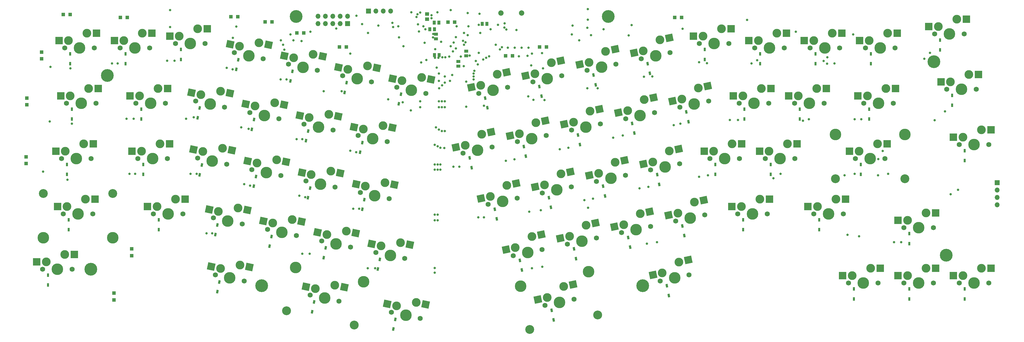
<source format=gbr>
%TF.GenerationSoftware,KiCad,Pcbnew,6.0.2+dfsg-1*%
%TF.CreationDate,2022-10-18T15:36:42-04:00*%
%TF.ProjectId,main-keyboard-pcb,6d61696e-2d6b-4657-9962-6f6172642d70,1.0*%
%TF.SameCoordinates,Original*%
%TF.FileFunction,Soldermask,Bot*%
%TF.FilePolarity,Negative*%
%FSLAX46Y46*%
G04 Gerber Fmt 4.6, Leading zero omitted, Abs format (unit mm)*
G04 Created by KiCad (PCBNEW 6.0.2+dfsg-1) date 2022-10-18 15:36:42*
%MOMM*%
%LPD*%
G01*
G04 APERTURE LIST*
G04 Aperture macros list*
%AMRotRect*
0 Rectangle, with rotation*
0 The origin of the aperture is its center*
0 $1 length*
0 $2 width*
0 $3 Rotation angle, in degrees counterclockwise*
0 Add horizontal line*
21,1,$1,$2,0,0,$3*%
G04 Aperture macros list end*
%ADD10C,3.000000*%
%ADD11C,1.750000*%
%ADD12C,3.987800*%
%ADD13R,2.550000X2.500000*%
%ADD14RotRect,2.550000X2.500000X348.000000*%
%ADD15RotRect,2.550000X2.500000X12.000000*%
%ADD16C,3.048000*%
%ADD17R,1.700000X1.700000*%
%ADD18O,1.700000X1.700000*%
%ADD19C,1.850000*%
%ADD20R,1.150000X1.150000*%
%ADD21RotRect,0.750000X1.200000X348.000000*%
%ADD22RotRect,0.750000X1.200000X12.000000*%
%ADD23R,0.750000X1.200000*%
%ADD24R,1.020000X1.470000*%
%ADD25R,1.470000X1.020000*%
%ADD26R,1.450000X1.150000*%
%ADD27C,4.400000*%
%ADD28C,0.800000*%
G04 APERTURE END LIST*
D10*
%TO.C,SW52*%
X298336650Y-109563633D03*
D11*
X290716650Y-114643633D03*
D12*
X295796650Y-114643633D03*
D11*
X300876650Y-114643633D03*
D10*
X291986650Y-112103633D03*
D13*
X288711650Y-112103633D03*
X301638650Y-109563633D03*
%TD*%
D10*
%TO.C,SW16*%
X130963394Y-114487304D03*
D11*
X122453718Y-117872006D03*
D12*
X127422708Y-118928198D03*
D11*
X132391698Y-119984389D03*
D10*
X124224061Y-115651559D03*
D14*
X121020628Y-114970649D03*
X134193238Y-115173828D03*
%TD*%
D10*
%TO.C,SW20*%
X149597104Y-118448031D03*
D11*
X141087428Y-121832733D03*
D12*
X146056418Y-122888925D03*
D11*
X151025408Y-123945116D03*
D10*
X142857771Y-119612286D03*
D14*
X139654338Y-118931376D03*
X152826948Y-119134555D03*
%TD*%
D10*
%TO.C,SW44*%
X266717847Y-131073971D03*
D11*
X260320554Y-137627247D03*
D12*
X265289544Y-136571056D03*
D11*
X270258534Y-135514865D03*
D10*
X261034706Y-134878705D03*
D15*
X257831272Y-135559615D03*
X269947691Y-130387446D03*
%TD*%
D10*
%TO.C,SW42*%
X244821242Y-96777038D03*
D11*
X238423949Y-103330314D03*
D12*
X243392939Y-102274123D03*
D11*
X248361929Y-101217932D03*
D10*
X239138101Y-100581772D03*
D15*
X235934667Y-101262682D03*
X248051086Y-96090513D03*
%TD*%
D10*
%TO.C,SW47*%
X263454953Y-92816320D03*
D11*
X257057660Y-99369596D03*
D12*
X262026650Y-98313405D03*
D11*
X266995640Y-97257214D03*
D10*
X257771812Y-96621054D03*
D15*
X254568378Y-97301964D03*
X266684797Y-92129795D03*
%TD*%
D10*
%TO.C,SW58*%
X335951599Y-171476136D03*
D11*
X328331599Y-176556136D03*
D12*
X333411599Y-176556136D03*
D11*
X338491599Y-176556136D03*
D10*
X329601599Y-174016136D03*
D13*
X326326599Y-174016136D03*
X339253599Y-171476136D03*
%TD*%
D10*
%TO.C,SW1*%
X66416650Y-90513633D03*
D11*
X58796650Y-95593633D03*
D12*
X63876650Y-95593633D03*
D11*
X68956650Y-95593633D03*
D10*
X60066650Y-93053633D03*
D13*
X56791650Y-93053633D03*
X69718650Y-90513633D03*
%TD*%
D11*
%TO.C,SW3*%
X57712900Y-133693633D03*
D10*
X58982900Y-131153633D03*
X65332900Y-128613633D03*
D11*
X67872900Y-133693633D03*
D12*
X62792900Y-133693633D03*
D13*
X55707900Y-131153633D03*
X68634900Y-128613633D03*
%TD*%
D10*
%TO.C,SW10*%
X104516650Y-89013248D03*
D11*
X96896650Y-94093248D03*
D12*
X101976650Y-94093248D03*
D11*
X107056650Y-94093248D03*
D10*
X98166650Y-91553248D03*
D13*
X94891650Y-91553248D03*
X107818650Y-89013248D03*
%TD*%
D10*
%TO.C,SW31*%
X210816712Y-142956124D03*
D11*
X204419419Y-149509400D03*
D12*
X209388409Y-148453209D03*
D11*
X214357399Y-147397018D03*
D10*
X205133571Y-146760858D03*
D15*
X201930137Y-147441768D03*
X214046556Y-142269599D03*
%TD*%
D10*
%TO.C,SW27*%
X174284562Y-162646720D03*
D11*
X165774886Y-166031422D03*
D12*
X170743876Y-167087614D03*
D11*
X175712866Y-168143805D03*
D10*
X167545229Y-163810975D03*
D14*
X164341796Y-163130065D03*
X177514406Y-163333244D03*
%TD*%
D10*
%TO.C,SW38*%
X226187530Y-100737755D03*
D11*
X219790237Y-107291031D03*
D12*
X224759227Y-106234840D03*
D11*
X229728217Y-105178649D03*
D10*
X220504389Y-104542489D03*
D15*
X217300955Y-105223399D03*
X229417374Y-100051230D03*
%TD*%
D10*
%TO.C,SW40*%
X248084135Y-135034689D03*
D11*
X241686842Y-141587965D03*
D12*
X246655832Y-140531774D03*
D11*
X251624822Y-139475583D03*
D10*
X242400994Y-138839423D03*
D15*
X239197560Y-139520333D03*
X251313979Y-134348164D03*
%TD*%
D10*
%TO.C,SW39*%
X239465014Y-117391137D03*
D11*
X233067721Y-123944413D03*
D12*
X238036711Y-122888222D03*
D11*
X243005701Y-121832031D03*
D10*
X233781873Y-121195871D03*
D15*
X230578439Y-121876781D03*
X242694858Y-116704612D03*
%TD*%
D10*
%TO.C,SW57*%
X338332900Y-128613633D03*
D12*
X347730900Y-125438633D03*
D16*
X323854900Y-140678633D03*
D11*
X330712900Y-133693633D03*
D12*
X335792900Y-133693633D03*
D11*
X340872900Y-133693633D03*
D16*
X347730900Y-140678633D03*
D10*
X331982900Y-131153633D03*
D12*
X323854900Y-125438633D03*
D13*
X328707900Y-131153633D03*
X341634900Y-128613633D03*
%TD*%
D10*
%TO.C,SW62*%
X355001599Y-171476136D03*
D11*
X347381599Y-176556136D03*
D12*
X352461599Y-176556136D03*
D11*
X357541599Y-176556136D03*
D10*
X348651599Y-174016136D03*
D13*
X345376599Y-174016136D03*
X358303599Y-171476136D03*
%TD*%
D10*
%TO.C,SW30*%
X202197591Y-125312572D03*
D11*
X195800298Y-131865848D03*
D12*
X200769288Y-130809657D03*
D11*
X205738278Y-129753466D03*
D10*
X196514450Y-129117306D03*
D15*
X193311016Y-129798216D03*
X205427435Y-124626047D03*
%TD*%
D12*
%TO.C,SW23*%
X138188624Y-171203916D03*
D16*
X158374302Y-191074985D03*
D11*
X153118429Y-182816766D03*
D16*
X135020050Y-186110886D03*
D12*
X148149439Y-181760575D03*
X161542876Y-176168016D03*
D11*
X143180449Y-180704383D03*
D10*
X144950792Y-178483936D03*
X151690125Y-177319680D03*
D14*
X141747359Y-177803025D03*
X154919969Y-178006205D03*
%TD*%
D10*
%TO.C,SW9*%
X96876650Y-147663633D03*
D11*
X89256650Y-152743633D03*
D12*
X94336650Y-152743633D03*
D11*
X99416650Y-152743633D03*
D10*
X90526650Y-150203633D03*
D13*
X87251650Y-150203633D03*
X100178650Y-147663633D03*
%TD*%
D17*
%TO.C,J1*%
X156020000Y-87246000D03*
D18*
X156020000Y-84706000D03*
X153480000Y-87246000D03*
X153480000Y-84706000D03*
X150940000Y-87246000D03*
X150940000Y-84706000D03*
X148400000Y-87246000D03*
X148400000Y-84706000D03*
X145860000Y-87246000D03*
X145860000Y-84706000D03*
%TD*%
D12*
%TO.C,SW60*%
X338666650Y-114643633D03*
D11*
X333586650Y-114643633D03*
D10*
X334856650Y-112103633D03*
X341206650Y-109563633D03*
D11*
X343746650Y-114643633D03*
D13*
X331581650Y-112103633D03*
X344508650Y-109563633D03*
%TD*%
D12*
%TO.C,SW2*%
X64476650Y-114643633D03*
D11*
X59396650Y-114643633D03*
D10*
X60666650Y-112103633D03*
X67016650Y-109563633D03*
D11*
X69556650Y-114643633D03*
D13*
X57391650Y-112103633D03*
X70318650Y-109563633D03*
%TD*%
D10*
%TO.C,SW43*%
X258098726Y-113430419D03*
D11*
X251701433Y-119983695D03*
D12*
X256670423Y-118927504D03*
D11*
X261639413Y-117871313D03*
D10*
X252415585Y-117235153D03*
D15*
X249212151Y-117916063D03*
X261328570Y-112743894D03*
%TD*%
D10*
%TO.C,SW34*%
X220831302Y-121351854D03*
D11*
X214434009Y-127905130D03*
D12*
X219402999Y-126848939D03*
D11*
X224371989Y-125792748D03*
D10*
X215148161Y-125156588D03*
D15*
X211944727Y-125837498D03*
X224061146Y-120665329D03*
%TD*%
D10*
%TO.C,SW67*%
X374051599Y-171476136D03*
D11*
X366431599Y-176556136D03*
D12*
X371511599Y-176556136D03*
D11*
X376591599Y-176556136D03*
D10*
X367701599Y-174016136D03*
D13*
X364426599Y-174016136D03*
X377353599Y-171476136D03*
%TD*%
D10*
%TO.C,SW22*%
X155650852Y-158685993D03*
D11*
X147141176Y-162070695D03*
D12*
X152110166Y-163126887D03*
D11*
X157079156Y-164183078D03*
D10*
X148911519Y-159850248D03*
D14*
X145708086Y-159169338D03*
X158880696Y-159372517D03*
%TD*%
D10*
%TO.C,SW18*%
X137017143Y-154725266D03*
D11*
X128507467Y-158109968D03*
D12*
X133476457Y-159166160D03*
D11*
X138445447Y-160222351D03*
D10*
X130277810Y-155889521D03*
D14*
X127074377Y-155208611D03*
X140246987Y-155411790D03*
%TD*%
D10*
%TO.C,SW25*%
X168230814Y-122408758D03*
D11*
X159721138Y-125793460D03*
D12*
X164690128Y-126849652D03*
D11*
X169659118Y-127905843D03*
D10*
X161491481Y-123573013D03*
D14*
X158288048Y-122892103D03*
X171460658Y-123095282D03*
%TD*%
D10*
%TO.C,SW7*%
X90826650Y-109563633D03*
D11*
X83206650Y-114643633D03*
D12*
X88286650Y-114643633D03*
D11*
X93366650Y-114643633D03*
D10*
X84476650Y-112103633D03*
D13*
X81201650Y-112103633D03*
X94128650Y-109563633D03*
%TD*%
D10*
%TO.C,SW41*%
X256703256Y-152678241D03*
D11*
X250305963Y-159231517D03*
D12*
X255274953Y-158175326D03*
D11*
X260243943Y-157119135D03*
D10*
X251020115Y-156482975D03*
D15*
X247816681Y-157163885D03*
X259933100Y-151991716D03*
%TD*%
D19*
%TO.C,J3*%
X215919000Y-83566000D03*
X208769000Y-83566000D03*
%TD*%
D12*
%TO.C,SW14*%
X115540448Y-174829322D03*
D11*
X110571458Y-173773131D03*
D10*
X112341801Y-171552684D03*
X119081134Y-170388428D03*
D11*
X120509438Y-175885514D03*
D14*
X109138368Y-170871773D03*
X122310978Y-171074952D03*
%TD*%
D10*
%TO.C,SW36*%
X238069545Y-156638958D03*
D11*
X231672252Y-163192234D03*
D12*
X236641242Y-162136043D03*
D11*
X241610232Y-161079852D03*
D10*
X232386404Y-160443692D03*
D15*
X229182970Y-161124602D03*
X241299389Y-155952433D03*
%TD*%
D17*
%TO.C,J2*%
X163271200Y-82956400D03*
D18*
X165811200Y-82956400D03*
X168351200Y-82956400D03*
X170891200Y-82956400D03*
%TD*%
D17*
%TO.C,J4*%
X379476000Y-141986000D03*
D18*
X379476000Y-144526000D03*
X379476000Y-147066000D03*
X379476000Y-149606000D03*
%TD*%
D10*
%TO.C,SW51*%
X284646650Y-89013248D03*
D11*
X277026650Y-94093248D03*
D12*
X282106650Y-94093248D03*
D11*
X287186650Y-94093248D03*
D10*
X278296650Y-91553248D03*
D13*
X275021650Y-91553248D03*
X287948650Y-89013248D03*
%TD*%
D11*
%TO.C,SW54*%
X316425419Y-152743631D03*
D10*
X317695419Y-150203631D03*
X324045419Y-147663631D03*
D11*
X326585419Y-152743631D03*
D12*
X321505419Y-152743631D03*
D13*
X314420419Y-150203631D03*
X327347419Y-147663631D03*
%TD*%
D10*
%TO.C,SW63*%
X341796650Y-90513633D03*
D11*
X334176650Y-95593633D03*
D12*
X339256650Y-95593633D03*
D11*
X344336650Y-95593633D03*
D10*
X335446650Y-93053633D03*
D13*
X332171650Y-93053633D03*
X345098650Y-90513633D03*
%TD*%
D10*
%TO.C,SW19*%
X144241053Y-97833953D03*
D11*
X135731377Y-101218655D03*
D12*
X140700367Y-102274847D03*
D11*
X145669357Y-103331038D03*
D10*
X137501720Y-98998208D03*
D14*
X134298287Y-98317298D03*
X147470897Y-98520477D03*
%TD*%
D10*
%TO.C,SW55*%
X303696650Y-90513633D03*
D11*
X296076650Y-95593633D03*
D12*
X301156650Y-95593633D03*
D11*
X306236650Y-95593633D03*
D10*
X297346650Y-93053633D03*
D13*
X294071650Y-93053633D03*
X306998650Y-90513633D03*
%TD*%
D10*
%TO.C,SW53*%
X307376650Y-128613633D03*
D11*
X299756650Y-133693633D03*
D12*
X304836650Y-133693633D03*
D11*
X309916650Y-133693633D03*
D10*
X301026650Y-131153633D03*
D13*
X297751650Y-131153633D03*
X310678650Y-128613633D03*
%TD*%
D10*
%TO.C,SW50*%
X297851669Y-147663631D03*
D11*
X290231669Y-152743631D03*
D12*
X295311669Y-152743631D03*
D11*
X300391669Y-152743631D03*
D10*
X291501669Y-150203631D03*
D13*
X288226669Y-150203631D03*
X301153669Y-147663631D03*
%TD*%
D10*
%TO.C,SW28*%
X179640699Y-183260749D03*
D11*
X171131023Y-186645451D03*
D12*
X176100013Y-187701643D03*
D11*
X181069003Y-188757834D03*
D10*
X172901366Y-184425004D03*
D14*
X169697933Y-183744094D03*
X182870543Y-183947273D03*
%TD*%
D10*
%TO.C,SW45*%
X275336968Y-148717523D03*
D11*
X268939675Y-155270799D03*
D12*
X273908665Y-154214608D03*
D11*
X278877655Y-153158417D03*
D10*
X269653827Y-152522257D03*
D15*
X266450393Y-153203167D03*
X278566812Y-148030998D03*
%TD*%
D10*
%TO.C,SW49*%
X288326650Y-128613633D03*
D11*
X280706650Y-133693633D03*
D12*
X285786650Y-133693633D03*
D11*
X290866650Y-133693633D03*
D10*
X281976650Y-131153633D03*
D13*
X278701650Y-131153633D03*
X291628650Y-128613633D03*
%TD*%
D12*
%TO.C,SW5*%
X56246650Y-171793633D03*
D11*
X51166650Y-171793633D03*
D10*
X52436650Y-169253633D03*
X58786650Y-166713633D03*
D11*
X61326650Y-171793633D03*
D13*
X49161650Y-169253633D03*
X62088650Y-166713633D03*
%TD*%
D10*
%TO.C,SW61*%
X355001599Y-152426136D03*
D11*
X347381599Y-157506136D03*
D12*
X352461599Y-157506136D03*
D11*
X357541599Y-157506136D03*
D10*
X348651599Y-154966136D03*
D13*
X345376599Y-154966136D03*
X358303599Y-152426136D03*
%TD*%
D10*
%TO.C,SW8*%
X91526650Y-128613633D03*
D11*
X83906650Y-133693633D03*
D12*
X88986650Y-133693633D03*
D11*
X94066650Y-133693633D03*
D10*
X85176650Y-131153633D03*
D13*
X81901650Y-131153633D03*
X94828650Y-128613633D03*
%TD*%
D10*
%TO.C,SW26*%
X168928481Y-142032652D03*
D11*
X160418805Y-145417354D03*
D12*
X165387795Y-146473546D03*
D11*
X170356785Y-147529737D03*
D10*
X162189148Y-143196907D03*
D14*
X158985715Y-142515997D03*
X172158325Y-142719176D03*
%TD*%
D12*
%TO.C,SW37*%
X238916731Y-172688513D03*
D10*
X224701078Y-181552820D03*
D16*
X218731053Y-192559582D03*
D12*
X215562479Y-177652612D03*
D11*
X223986926Y-184301362D03*
X233924905Y-182188980D03*
D16*
X242085305Y-187595482D03*
D10*
X230384219Y-177748086D03*
D12*
X228955916Y-183245171D03*
D15*
X221497644Y-182233730D03*
X233614062Y-177061561D03*
%TD*%
D10*
%TO.C,SW13*%
X118383433Y-150764540D03*
D11*
X109873757Y-154149242D03*
D12*
X114842747Y-155205434D03*
D11*
X119811737Y-156261625D03*
D10*
X111644100Y-151928795D03*
D14*
X108440667Y-151247885D03*
X121613277Y-151451064D03*
%TD*%
D10*
%TO.C,SW59*%
X322746650Y-90513633D03*
D11*
X315126650Y-95593633D03*
D12*
X320206650Y-95593633D03*
D11*
X325286650Y-95593633D03*
D10*
X316396650Y-93053633D03*
D13*
X313121650Y-93053633D03*
X326048650Y-90513633D03*
%TD*%
D10*
%TO.C,SW66*%
X374051599Y-123851152D03*
D11*
X366431599Y-128931152D03*
D12*
X371511599Y-128931152D03*
D11*
X376591599Y-128931152D03*
D10*
X367701599Y-126391152D03*
D13*
X364426599Y-126391152D03*
X377353599Y-123851152D03*
%TD*%
D11*
%TO.C,SW4*%
X58300400Y-152743633D03*
D12*
X63380400Y-152743633D03*
D16*
X75318400Y-145758633D03*
D11*
X68460400Y-152743633D03*
D16*
X51442400Y-145758633D03*
D12*
X51442400Y-160998633D03*
D10*
X65920400Y-147663633D03*
D12*
X75318400Y-160998633D03*
D10*
X59570400Y-150203633D03*
D13*
X56295400Y-150203633D03*
X69222400Y-147663633D03*
%TD*%
D10*
%TO.C,SW11*%
X112329684Y-110526578D03*
D11*
X103820008Y-113911280D03*
D12*
X108788998Y-114967472D03*
D11*
X113757988Y-116023663D03*
D10*
X105590351Y-111690833D03*
D14*
X102386918Y-111009923D03*
X115559528Y-111213102D03*
%TD*%
D10*
%TO.C,SW21*%
X150294771Y-138071925D03*
D11*
X141785095Y-141456627D03*
D12*
X146754085Y-142512819D03*
D11*
X151723075Y-143569010D03*
D10*
X143555438Y-139236180D03*
D14*
X140352005Y-138555270D03*
X153524615Y-138758449D03*
%TD*%
D10*
%TO.C,SW65*%
X369781650Y-104801149D03*
D11*
X362161650Y-109881149D03*
D12*
X367241650Y-109881149D03*
D11*
X372321650Y-109881149D03*
D10*
X363431650Y-107341149D03*
D13*
X360156650Y-107341149D03*
X373083650Y-104801149D03*
%TD*%
D10*
%TO.C,SW32*%
X219435833Y-160599676D03*
D11*
X213038540Y-167152952D03*
D12*
X218007530Y-166096761D03*
D11*
X222976520Y-165040570D03*
D10*
X213752692Y-164404410D03*
D15*
X210549258Y-165085320D03*
X222665677Y-159913151D03*
%TD*%
D10*
%TO.C,SW12*%
X113027351Y-130150471D03*
D11*
X104517675Y-133535173D03*
D12*
X109486665Y-134591365D03*
D11*
X114455655Y-135647556D03*
D10*
X106288018Y-131314726D03*
D14*
X103084585Y-130633816D03*
X116257195Y-130836995D03*
%TD*%
D10*
%TO.C,SW64*%
X365609192Y-85751142D03*
D11*
X357989192Y-90831142D03*
D12*
X363069192Y-90831142D03*
D11*
X368149192Y-90831142D03*
D10*
X359259192Y-88291142D03*
D13*
X355984192Y-88291142D03*
X368911192Y-85751142D03*
%TD*%
D12*
%TO.C,SW46*%
X268552552Y-174828659D03*
D11*
X263583562Y-175884850D03*
D10*
X264297714Y-173136307D03*
X269980855Y-169331573D03*
D11*
X273521542Y-173772467D03*
D15*
X261094280Y-173817218D03*
X273210699Y-168645049D03*
%TD*%
D10*
%TO.C,SW17*%
X131661061Y-134111198D03*
D11*
X123151385Y-137495900D03*
D12*
X128120375Y-138552092D03*
D11*
X133089365Y-139608283D03*
D10*
X124921728Y-135275453D03*
D14*
X121718295Y-134594543D03*
X134890905Y-134797722D03*
%TD*%
D10*
%TO.C,SW35*%
X229450423Y-138995406D03*
D11*
X223053130Y-145548682D03*
D12*
X228022120Y-144492491D03*
D11*
X232991110Y-143436300D03*
D10*
X223767282Y-142800140D03*
D15*
X220563848Y-143481050D03*
X232680267Y-138308881D03*
%TD*%
D10*
%TO.C,SW48*%
X276732438Y-109469701D03*
D11*
X270335145Y-116022977D03*
D12*
X275304135Y-114966786D03*
D11*
X280273125Y-113910595D03*
D10*
X271049297Y-113274435D03*
D15*
X267845863Y-113955345D03*
X279962282Y-108783176D03*
%TD*%
D10*
%TO.C,SW29*%
X181508477Y-105755388D03*
D11*
X172998801Y-109140090D03*
D12*
X177967791Y-110196282D03*
D11*
X182936781Y-111252473D03*
D10*
X174769144Y-106919643D03*
D14*
X171565711Y-106238733D03*
X184738321Y-106441912D03*
%TD*%
D10*
%TO.C,SW56*%
X317386650Y-109563633D03*
D11*
X309766650Y-114643633D03*
D12*
X314846650Y-114643633D03*
D11*
X319926650Y-114643633D03*
D10*
X311036650Y-112103633D03*
D13*
X307761650Y-112103633D03*
X320688650Y-109563633D03*
%TD*%
D10*
%TO.C,SW24*%
X162874765Y-101794671D03*
D11*
X154365089Y-105179373D03*
D12*
X159334079Y-106235565D03*
D11*
X164303069Y-107291756D03*
D10*
X156135432Y-102958926D03*
D14*
X152931999Y-102278016D03*
X166104609Y-102481195D03*
%TD*%
D10*
%TO.C,SW15*%
X125607342Y-93873235D03*
D11*
X117097666Y-97257937D03*
D12*
X122066656Y-98314129D03*
D11*
X127035646Y-99370320D03*
D10*
X118868009Y-95037490D03*
D14*
X115664576Y-94356580D03*
X128837186Y-94559759D03*
%TD*%
D10*
%TO.C,SW33*%
X207553818Y-104698473D03*
D11*
X201156525Y-111251749D03*
D12*
X206125515Y-110195558D03*
D11*
X211094505Y-109139367D03*
D10*
X201870677Y-108503207D03*
D15*
X198667243Y-109184117D03*
X210783662Y-104011948D03*
%TD*%
D10*
%TO.C,SW6*%
X85466650Y-90513633D03*
D11*
X77846650Y-95593633D03*
D12*
X82926650Y-95593633D03*
D11*
X88006650Y-95593633D03*
D10*
X79116650Y-93053633D03*
D13*
X75841650Y-93053633D03*
X88768650Y-90513633D03*
%TD*%
D20*
%TO.C,R16*%
X80264000Y-85090000D03*
X77914000Y-85090000D03*
%TD*%
D21*
%TO.C,D25*%
X160400181Y-131535288D03*
X161107081Y-128209586D03*
%TD*%
D22*
%TO.C,D46*%
X266536802Y-180855010D03*
X265829902Y-177529308D03*
%TD*%
D23*
%TO.C,D59*%
X316981650Y-101068633D03*
X316981650Y-97668633D03*
%TD*%
D21*
%TO.C,D13*%
X110552800Y-159891070D03*
X111259700Y-156565368D03*
%TD*%
D23*
%TO.C,D7*%
X85061650Y-120118633D03*
X85061650Y-116718633D03*
%TD*%
D21*
%TO.C,D18*%
X129186510Y-163851796D03*
X129893410Y-160526094D03*
%TD*%
D20*
%TO.C,R11*%
X45720000Y-115221000D03*
X45720000Y-112871000D03*
%TD*%
D23*
%TO.C,D2*%
X61251650Y-120118633D03*
X61251650Y-116718633D03*
%TD*%
D21*
%TO.C,D26*%
X161097848Y-151159182D03*
X161804748Y-147833480D03*
%TD*%
D20*
%TO.C,R14*%
X75692000Y-182372000D03*
X75692000Y-180022000D03*
%TD*%
D23*
%TO.C,D67*%
X368286599Y-182031136D03*
X368286599Y-178631136D03*
%TD*%
D22*
%TO.C,D41*%
X253259188Y-164201680D03*
X252552288Y-160875978D03*
%TD*%
D20*
%TO.C,R23*%
X212757000Y-98298000D03*
X210407000Y-98298000D03*
%TD*%
D24*
%TO.C,C14*%
X185890000Y-86868000D03*
X187490000Y-86868000D03*
%TD*%
D23*
%TO.C,D57*%
X332567900Y-139168633D03*
X332567900Y-135768633D03*
%TD*%
D21*
%TO.C,D16*%
X123132761Y-123613834D03*
X123839661Y-120288132D03*
%TD*%
D20*
%TO.C,R13*%
X81788000Y-167132000D03*
X81788000Y-164782000D03*
%TD*%
D21*
%TO.C,D17*%
X123830428Y-143237728D03*
X124537328Y-139912026D03*
%TD*%
D23*
%TO.C,D8*%
X85761650Y-139168633D03*
X85761650Y-135768633D03*
%TD*%
D22*
%TO.C,D36*%
X234625477Y-168162397D03*
X233918577Y-164836695D03*
%TD*%
D23*
%TO.C,D64*%
X359844192Y-96306142D03*
X359844192Y-92906142D03*
%TD*%
D21*
%TO.C,D29*%
X173677844Y-114881918D03*
X174384744Y-111556216D03*
%TD*%
D23*
%TO.C,D62*%
X349236599Y-182031136D03*
X349236599Y-178631136D03*
%TD*%
D22*
%TO.C,D33*%
X204109750Y-116221912D03*
X203402850Y-112896210D03*
%TD*%
D21*
%TO.C,D12*%
X105196718Y-139277001D03*
X105903618Y-135951299D03*
%TD*%
D20*
%TO.C,R24*%
X222091000Y-95250000D03*
X224441000Y-95250000D03*
%TD*%
D22*
%TO.C,D45*%
X271892900Y-160240962D03*
X271186000Y-156915260D03*
%TD*%
D21*
%TO.C,D23*%
X143859493Y-186446233D03*
X144566393Y-183120531D03*
%TD*%
D25*
%TO.C,C1*%
X194170000Y-101866000D03*
X194170000Y-100246000D03*
%TD*%
D20*
%TO.C,R1*%
X190575000Y-86750000D03*
X192925000Y-86750000D03*
%TD*%
D21*
%TO.C,D15*%
X117776709Y-102999765D03*
X118483609Y-99674063D03*
%TD*%
D24*
%TO.C,C4*%
X202360000Y-87306000D03*
X203980000Y-87306000D03*
%TD*%
D23*
%TO.C,D51*%
X278881650Y-99568248D03*
X278881650Y-96168248D03*
%TD*%
D21*
%TO.C,D11*%
X104499051Y-119653108D03*
X105205951Y-116327406D03*
%TD*%
D22*
%TO.C,D42*%
X241377174Y-108300477D03*
X240670274Y-104974775D03*
%TD*%
D23*
%TO.C,D49*%
X282561650Y-139168633D03*
X282561650Y-135768633D03*
%TD*%
D22*
%TO.C,D40*%
X244640067Y-146558128D03*
X243933167Y-143232426D03*
%TD*%
D20*
%TO.C,R20*%
X155607000Y-95250000D03*
X153257000Y-95250000D03*
%TD*%
D22*
%TO.C,D34*%
X217387234Y-132875293D03*
X216680334Y-129549591D03*
%TD*%
%TO.C,D32*%
X215991765Y-172123115D03*
X215284865Y-168797413D03*
%TD*%
D23*
%TO.C,D65*%
X364016650Y-115356149D03*
X364016650Y-111956149D03*
%TD*%
D25*
%TO.C,C6*%
X186436000Y-92494000D03*
X186436000Y-90894000D03*
%TD*%
D21*
%TO.C,D19*%
X136410420Y-106960483D03*
X137117320Y-103634781D03*
%TD*%
D22*
%TO.C,D30*%
X198753523Y-136836011D03*
X198046623Y-133510309D03*
%TD*%
D23*
%TO.C,D56*%
X311621650Y-120118633D03*
X311621650Y-116718633D03*
%TD*%
%TO.C,D4*%
X60155400Y-158218633D03*
X60155400Y-154818633D03*
%TD*%
%TO.C,D55*%
X297931650Y-101068633D03*
X297931650Y-97668633D03*
%TD*%
D22*
%TO.C,D37*%
X226940166Y-189271522D03*
X226233266Y-185945820D03*
%TD*%
D21*
%TO.C,D28*%
X171810066Y-192387279D03*
X172516966Y-189061577D03*
%TD*%
D23*
%TO.C,D54*%
X318280419Y-158218631D03*
X318280419Y-154818631D03*
%TD*%
D20*
%TO.C,R17*%
X118269000Y-84836000D03*
X115919000Y-84836000D03*
%TD*%
D21*
%TO.C,D27*%
X166453929Y-171773250D03*
X167160829Y-168447548D03*
%TD*%
D23*
%TO.C,D5*%
X53021650Y-177268633D03*
X53021650Y-173868633D03*
%TD*%
D22*
%TO.C,D38*%
X222743462Y-112261194D03*
X222036562Y-108935492D03*
%TD*%
%TO.C,D31*%
X207372644Y-154479563D03*
X206665744Y-151153861D03*
%TD*%
D21*
%TO.C,D22*%
X147820219Y-167812523D03*
X148527119Y-164486821D03*
%TD*%
D22*
%TO.C,D43*%
X254654658Y-124953858D03*
X253947758Y-121628156D03*
%TD*%
D20*
%TO.C,R19*%
X140970000Y-90424000D03*
X138620000Y-90424000D03*
%TD*%
D22*
%TO.C,D48*%
X273288370Y-120993140D03*
X272581470Y-117667438D03*
%TD*%
D21*
%TO.C,D14*%
X111250501Y-179514958D03*
X111957401Y-176189256D03*
%TD*%
D20*
%TO.C,R15*%
X60611000Y-84074000D03*
X58261000Y-84074000D03*
%TD*%
%TO.C,R26*%
X268573000Y-85090000D03*
X270923000Y-85090000D03*
%TD*%
D23*
%TO.C,D52*%
X292571650Y-120118633D03*
X292571650Y-116718633D03*
%TD*%
D21*
%TO.C,D24*%
X155044132Y-110921201D03*
X155751032Y-107595499D03*
%TD*%
D23*
%TO.C,D6*%
X79701650Y-101068633D03*
X79701650Y-97668633D03*
%TD*%
D20*
%TO.C,R12*%
X45466000Y-135446000D03*
X45466000Y-133096000D03*
%TD*%
D23*
%TO.C,D9*%
X91111650Y-158218633D03*
X91111650Y-154818633D03*
%TD*%
D20*
%TO.C,R18*%
X130048000Y-86614000D03*
X127698000Y-86614000D03*
%TD*%
%TO.C,R10*%
X50800000Y-99378000D03*
X50800000Y-97028000D03*
%TD*%
D23*
%TO.C,D3*%
X59567900Y-139168633D03*
X59567900Y-135768633D03*
%TD*%
D22*
%TO.C,D39*%
X236020946Y-128914576D03*
X235314046Y-125588874D03*
%TD*%
D23*
%TO.C,D61*%
X349236599Y-162981136D03*
X349236599Y-159581136D03*
%TD*%
%TO.C,D66*%
X368286599Y-134406152D03*
X368286599Y-131006152D03*
%TD*%
%TO.C,D60*%
X335441650Y-120118633D03*
X335441650Y-116718633D03*
%TD*%
%TO.C,D58*%
X330186599Y-182031136D03*
X330186599Y-178631136D03*
%TD*%
%TO.C,D50*%
X292086669Y-158218631D03*
X292086669Y-154818631D03*
%TD*%
D26*
%TO.C,C2*%
X183388000Y-85736000D03*
X183388000Y-83936000D03*
%TD*%
D25*
%TO.C,C11*%
X196850000Y-98336000D03*
X196850000Y-96736000D03*
%TD*%
D23*
%TO.C,D63*%
X336031650Y-101068633D03*
X336031650Y-97668633D03*
%TD*%
%TO.C,D10*%
X98751650Y-99568248D03*
X98751650Y-96168248D03*
%TD*%
D22*
%TO.C,D47*%
X260010885Y-104339759D03*
X259303985Y-101014057D03*
%TD*%
%TO.C,D35*%
X226006355Y-150518845D03*
X225299455Y-147193143D03*
%TD*%
%TO.C,D44*%
X263273779Y-142597410D03*
X262566879Y-139271708D03*
%TD*%
D24*
%TO.C,C10*%
X187528000Y-98044000D03*
X185928000Y-98044000D03*
%TD*%
D21*
%TO.C,D20*%
X141766471Y-127574561D03*
X142473371Y-124248859D03*
%TD*%
D23*
%TO.C,D1*%
X60651650Y-101068633D03*
X60651650Y-97668633D03*
%TD*%
D21*
%TO.C,D21*%
X142464138Y-147198455D03*
X143171038Y-143872753D03*
%TD*%
D23*
%TO.C,D53*%
X301611650Y-139168633D03*
X301611650Y-135768633D03*
%TD*%
D24*
%TO.C,C5*%
X184366000Y-89154000D03*
X185966000Y-89154000D03*
%TD*%
D27*
%TO.C,H7*%
X357716650Y-100356149D03*
%TD*%
%TO.C,H4*%
X126496086Y-177483001D03*
%TD*%
%TO.C,H3*%
X138363870Y-84806142D03*
%TD*%
%TO.C,H5*%
X245729435Y-84806142D03*
%TD*%
%TO.C,H8*%
X361986599Y-167031136D03*
%TD*%
%TO.C,H1*%
X73401650Y-105118633D03*
%TD*%
%TO.C,H6*%
X257596916Y-177482353D03*
%TD*%
%TO.C,H2*%
X67734150Y-171793633D03*
%TD*%
D28*
X210058000Y-87122000D03*
X186182000Y-96012000D03*
X152146000Y-88900000D03*
X238506000Y-88646000D03*
X215910000Y-95536000D03*
X184912000Y-84344497D03*
X171704000Y-88392000D03*
X140250000Y-93250000D03*
X178000000Y-83311989D03*
X163068000Y-90424000D03*
X211140000Y-95506000D03*
X207010000Y-94488000D03*
X201422000Y-83820000D03*
X161036000Y-87376000D03*
X238700000Y-85926000D03*
X175260000Y-94996000D03*
X185494434Y-90794465D03*
X143250000Y-90000000D03*
X238680000Y-82276000D03*
X173482000Y-88138000D03*
X182095023Y-88154977D03*
X181356000Y-100584000D03*
X180250000Y-87500000D03*
X213570000Y-95526000D03*
X253790000Y-87766000D03*
X218290000Y-95516000D03*
X166624000Y-87884000D03*
X183127795Y-99775500D03*
X180594000Y-89916000D03*
X235712000Y-92964000D03*
X186123962Y-99045890D03*
X173736000Y-91948000D03*
X133858000Y-94488000D03*
X147828000Y-110490000D03*
X260858000Y-105410000D03*
X53848000Y-102108000D03*
X94000000Y-100000000D03*
X77000000Y-101000000D03*
X279654000Y-100838000D03*
X258000000Y-105500000D03*
X135047787Y-106500000D03*
X116500000Y-103000000D03*
X189636262Y-98805104D03*
X242062000Y-109474000D03*
X203000000Y-115500000D03*
X323500000Y-101000000D03*
X133000000Y-106500000D03*
X196850000Y-115824000D03*
X296926000Y-99822000D03*
X60706000Y-102616000D03*
X223774000Y-113538000D03*
X320960023Y-101039977D03*
X277000000Y-100500000D03*
X238500000Y-109500000D03*
X220000000Y-113500000D03*
X295000000Y-101000000D03*
X96500000Y-100000000D03*
X75000000Y-101000000D03*
X154000000Y-110500000D03*
X114500000Y-102500000D03*
X210500000Y-134500000D03*
X159037548Y-131500000D03*
X61214000Y-121666000D03*
X100500000Y-120000000D03*
X287528000Y-120396000D03*
X189484000Y-124206000D03*
X354417639Y-99314000D03*
X213500000Y-134000000D03*
X189529977Y-107529977D03*
X157000000Y-131000000D03*
X189325889Y-130095146D03*
X82500000Y-120000000D03*
X189500000Y-116000000D03*
X290322000Y-120396000D03*
X268224000Y-122174000D03*
X312674000Y-120650000D03*
X140500000Y-127000000D03*
X188636766Y-98808687D03*
X119500000Y-123000000D03*
X103136418Y-119500000D03*
X247396000Y-126492000D03*
X192500000Y-136500000D03*
X229000000Y-130500000D03*
X332740000Y-120142000D03*
X250698000Y-125730000D03*
X314706000Y-120142000D03*
X189500000Y-114000000D03*
X194500000Y-136500000D03*
X189470023Y-105470023D03*
X330454000Y-120142000D03*
X53594000Y-120904000D03*
X122000000Y-123500000D03*
X356362000Y-97282000D03*
X138500000Y-127000000D03*
X232000000Y-130000000D03*
X80000000Y-120000000D03*
X270510000Y-121666000D03*
X188500000Y-116000000D03*
X342000000Y-139000000D03*
X358000000Y-120500000D03*
X188000000Y-130000000D03*
X218500000Y-152000000D03*
X222500000Y-151500000D03*
X361500000Y-117500000D03*
X302500000Y-140500000D03*
X188500497Y-114000000D03*
X277000000Y-140000000D03*
X81000000Y-139000000D03*
X104140000Y-139000000D03*
X102000000Y-139000000D03*
X188000000Y-137500000D03*
X120500000Y-142500000D03*
X158000000Y-151000000D03*
X201000000Y-154000000D03*
X237500000Y-148000000D03*
X188529977Y-108529977D03*
X122500000Y-143000000D03*
X203000000Y-154000000D03*
X160000000Y-151000000D03*
X59690000Y-140970000D03*
X338500000Y-139500000D03*
X188468000Y-124206000D03*
X259500000Y-143500000D03*
X256500000Y-144000000D03*
X280000000Y-139500000D03*
X139500000Y-146500000D03*
X51308000Y-138176000D03*
X305000000Y-139000000D03*
X240500000Y-147500000D03*
X141500000Y-147000000D03*
X330500000Y-139000000D03*
X188000000Y-135750500D03*
X83000000Y-139000000D03*
X327000000Y-139500000D03*
X109500000Y-159500000D03*
X187452000Y-123698000D03*
X165500000Y-171500000D03*
X107500000Y-159500000D03*
X187000000Y-155000000D03*
X187500000Y-116000000D03*
X187000000Y-153000000D03*
X187500000Y-107000000D03*
X143000000Y-166500000D03*
X140500000Y-166500000D03*
X259000000Y-163000000D03*
X344000000Y-162500000D03*
X163000000Y-171500000D03*
X223000000Y-171000000D03*
X187000000Y-135750500D03*
X332000000Y-160500000D03*
X187000000Y-129500000D03*
X363500000Y-146000000D03*
X262500000Y-162500000D03*
X346500000Y-162500000D03*
X328000000Y-160000000D03*
X187500000Y-114000000D03*
X219500000Y-171500000D03*
X187529977Y-109529977D03*
X366000000Y-144500000D03*
X187000000Y-137500000D03*
X187452977Y-104393023D03*
X186000000Y-135750500D03*
X186000000Y-137500000D03*
X181000000Y-114000000D03*
X181000000Y-116000000D03*
X186690000Y-102362000D03*
X186000000Y-129000000D03*
X186000000Y-155000000D03*
X186000000Y-171373615D03*
X186436000Y-122936000D03*
X186000000Y-153000000D03*
X186000000Y-173000000D03*
X182523949Y-93876602D03*
X137414000Y-92964000D03*
X133096000Y-92964000D03*
X192532000Y-93726000D03*
X191516000Y-94996000D03*
X181064470Y-83425152D03*
X180066070Y-84051789D03*
X179750000Y-85000000D03*
X156972000Y-97536000D03*
X193294000Y-95758000D03*
X191250000Y-107000000D03*
X192024000Y-104902000D03*
X192278000Y-96774000D03*
X196010000Y-101876000D03*
X199389996Y-106437657D03*
X204724000Y-98525500D03*
X215000000Y-98525500D03*
X203708000Y-99025500D03*
X199390359Y-105438155D03*
X222919842Y-97419842D03*
X202692000Y-99575980D03*
X199377631Y-104438733D03*
X199644000Y-103475377D03*
X271250000Y-89000000D03*
X200828842Y-101260842D03*
X219202000Y-101600000D03*
X217932000Y-98298000D03*
X194989227Y-98621727D03*
X200152000Y-100076000D03*
X219456000Y-97536000D03*
X201168000Y-97282000D03*
X223266000Y-102616000D03*
X196088000Y-94488000D03*
X210666685Y-89273585D03*
X209142685Y-95403315D03*
X209957315Y-88564215D03*
X208433315Y-96112685D03*
X159069977Y-84516023D03*
X197612000Y-88138000D03*
X201168000Y-87630000D03*
X186915704Y-83340297D03*
X171500000Y-87000000D03*
X197358000Y-83566000D03*
X191516000Y-82550000D03*
X196088000Y-90436500D03*
X218186000Y-112268000D03*
X197358000Y-91186000D03*
X238760000Y-150622000D03*
X193281500Y-91886520D03*
X338582000Y-133858000D03*
X340106000Y-131064000D03*
X321056000Y-98806000D03*
X319786000Y-100076000D03*
X239776000Y-91186000D03*
X244090000Y-89226000D03*
X182845648Y-89210729D03*
X184912000Y-85344000D03*
X207772000Y-87630000D03*
X187307344Y-98985500D03*
X201676000Y-90424000D03*
X188214000Y-93472000D03*
X214122000Y-89408000D03*
X191008000Y-98552000D03*
X205232000Y-89154000D03*
X198045500Y-98215631D03*
X193548000Y-88138000D03*
X185470730Y-91957513D03*
X233426000Y-87884000D03*
X233172000Y-90932000D03*
X196642424Y-93656364D03*
X195763783Y-93179925D03*
X94996000Y-82550000D03*
X94996000Y-88392000D03*
X116586000Y-92189500D03*
X117750000Y-88250000D03*
X136398000Y-90932000D03*
X134298287Y-96201713D03*
X177800000Y-117094000D03*
X170000000Y-113289203D03*
X175006000Y-114300000D03*
X196850000Y-107188000D03*
X252750000Y-91275500D03*
X293500000Y-86000000D03*
X310250000Y-90000000D03*
X330000000Y-91000000D03*
M02*

</source>
